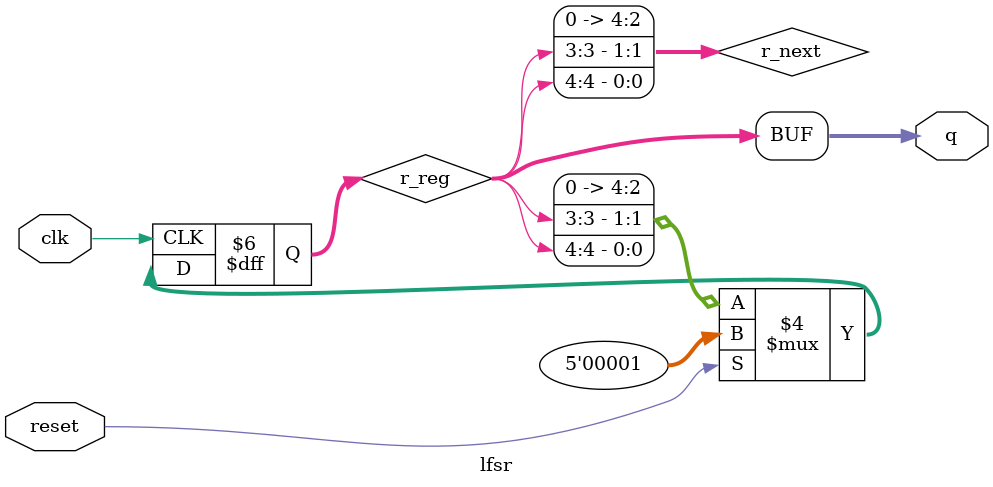
<source format=v>
module lfsr( 
    input clk,
    input reset,
    output [4:0] q
); 
reg [4:0] r_reg;
wire [4:0] r_next;
wire feedback_value;
// on reset set the value of r_reg to 1
// otherwise assign r_next to r_reg
// assign the xor of bit positions 2 and 4 of r_reg to feedback_value
// assign feedback value concatenated with 4 MSBs of r_reg to r_next
// assign r_reg to the output q
assign feedback_value = r_reg[2] ^ r_reg[4];
assign r_next = {r_reg[3], r_reg[4]};
assign q = r_reg;
always @(posedge clk)
begin
if (reset)
begin
r_reg <= 5'b1;
end
else
begin
r_reg <= r_next;
end
end
endmodule

</source>
